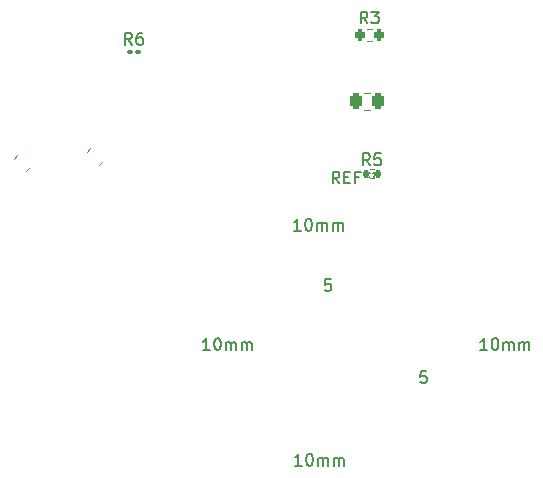
<source format=gto>
G04 #@! TF.GenerationSoftware,KiCad,Pcbnew,9.0.2*
G04 #@! TF.CreationDate,2025-09-06T12:03:56+01:00*
G04 #@! TF.ProjectId,test_fiducial,74657374-5f66-4696-9475-6369616c2e6b,rev?*
G04 #@! TF.SameCoordinates,Original*
G04 #@! TF.FileFunction,Legend,Top*
G04 #@! TF.FilePolarity,Positive*
%FSLAX46Y46*%
G04 Gerber Fmt 4.6, Leading zero omitted, Abs format (unit mm)*
G04 Created by KiCad (PCBNEW 9.0.2) date 2025-09-06 12:03:56*
%MOMM*%
%LPD*%
G01*
G04 APERTURE LIST*
G04 Aperture macros list*
%AMRoundRect*
0 Rectangle with rounded corners*
0 $1 Rounding radius*
0 $2 $3 $4 $5 $6 $7 $8 $9 X,Y pos of 4 corners*
0 Add a 4 corners polygon primitive as box body*
4,1,4,$2,$3,$4,$5,$6,$7,$8,$9,$2,$3,0*
0 Add four circle primitives for the rounded corners*
1,1,$1+$1,$2,$3*
1,1,$1+$1,$4,$5*
1,1,$1+$1,$6,$7*
1,1,$1+$1,$8,$9*
0 Add four rect primitives between the rounded corners*
20,1,$1+$1,$2,$3,$4,$5,0*
20,1,$1+$1,$4,$5,$6,$7,0*
20,1,$1+$1,$6,$7,$8,$9,0*
20,1,$1+$1,$8,$9,$2,$3,0*%
G04 Aperture macros list end*
%ADD10C,0.150000*%
%ADD11C,0.120000*%
%ADD12C,1.000000*%
%ADD13RoundRect,0.250000X0.132583X-0.503814X0.503814X-0.132583X-0.132583X0.503814X-0.503814X0.132583X0*%
%ADD14RoundRect,0.200000X-0.200000X-0.275000X0.200000X-0.275000X0.200000X0.275000X-0.200000X0.275000X0*%
%ADD15RoundRect,0.100000X-0.130000X-0.100000X0.130000X-0.100000X0.130000X0.100000X-0.130000X0.100000X0*%
%ADD16RoundRect,0.135000X-0.135000X-0.185000X0.135000X-0.185000X0.135000X0.185000X-0.135000X0.185000X0*%
%ADD17RoundRect,0.250000X-0.262500X-0.450000X0.262500X-0.450000X0.262500X0.450000X-0.262500X0.450000X0*%
%ADD18C,2.082800*%
G04 APERTURE END LIST*
D10*
X153293333Y-83759819D02*
X152960000Y-83283628D01*
X152721905Y-83759819D02*
X152721905Y-82759819D01*
X152721905Y-82759819D02*
X153102857Y-82759819D01*
X153102857Y-82759819D02*
X153198095Y-82807438D01*
X153198095Y-82807438D02*
X153245714Y-82855057D01*
X153245714Y-82855057D02*
X153293333Y-82950295D01*
X153293333Y-82950295D02*
X153293333Y-83093152D01*
X153293333Y-83093152D02*
X153245714Y-83188390D01*
X153245714Y-83188390D02*
X153198095Y-83236009D01*
X153198095Y-83236009D02*
X153102857Y-83283628D01*
X153102857Y-83283628D02*
X152721905Y-83283628D01*
X153626667Y-82759819D02*
X154245714Y-82759819D01*
X154245714Y-82759819D02*
X153912381Y-83140771D01*
X153912381Y-83140771D02*
X154055238Y-83140771D01*
X154055238Y-83140771D02*
X154150476Y-83188390D01*
X154150476Y-83188390D02*
X154198095Y-83236009D01*
X154198095Y-83236009D02*
X154245714Y-83331247D01*
X154245714Y-83331247D02*
X154245714Y-83569342D01*
X154245714Y-83569342D02*
X154198095Y-83664580D01*
X154198095Y-83664580D02*
X154150476Y-83712200D01*
X154150476Y-83712200D02*
X154055238Y-83759819D01*
X154055238Y-83759819D02*
X153769524Y-83759819D01*
X153769524Y-83759819D02*
X153674286Y-83712200D01*
X153674286Y-83712200D02*
X153626667Y-83664580D01*
X133353333Y-85554819D02*
X133020000Y-85078628D01*
X132781905Y-85554819D02*
X132781905Y-84554819D01*
X132781905Y-84554819D02*
X133162857Y-84554819D01*
X133162857Y-84554819D02*
X133258095Y-84602438D01*
X133258095Y-84602438D02*
X133305714Y-84650057D01*
X133305714Y-84650057D02*
X133353333Y-84745295D01*
X133353333Y-84745295D02*
X133353333Y-84888152D01*
X133353333Y-84888152D02*
X133305714Y-84983390D01*
X133305714Y-84983390D02*
X133258095Y-85031009D01*
X133258095Y-85031009D02*
X133162857Y-85078628D01*
X133162857Y-85078628D02*
X132781905Y-85078628D01*
X134210476Y-84554819D02*
X134020000Y-84554819D01*
X134020000Y-84554819D02*
X133924762Y-84602438D01*
X133924762Y-84602438D02*
X133877143Y-84650057D01*
X133877143Y-84650057D02*
X133781905Y-84792914D01*
X133781905Y-84792914D02*
X133734286Y-84983390D01*
X133734286Y-84983390D02*
X133734286Y-85364342D01*
X133734286Y-85364342D02*
X133781905Y-85459580D01*
X133781905Y-85459580D02*
X133829524Y-85507200D01*
X133829524Y-85507200D02*
X133924762Y-85554819D01*
X133924762Y-85554819D02*
X134115238Y-85554819D01*
X134115238Y-85554819D02*
X134210476Y-85507200D01*
X134210476Y-85507200D02*
X134258095Y-85459580D01*
X134258095Y-85459580D02*
X134305714Y-85364342D01*
X134305714Y-85364342D02*
X134305714Y-85126247D01*
X134305714Y-85126247D02*
X134258095Y-85031009D01*
X134258095Y-85031009D02*
X134210476Y-84983390D01*
X134210476Y-84983390D02*
X134115238Y-84935771D01*
X134115238Y-84935771D02*
X133924762Y-84935771D01*
X133924762Y-84935771D02*
X133829524Y-84983390D01*
X133829524Y-84983390D02*
X133781905Y-85031009D01*
X133781905Y-85031009D02*
X133734286Y-85126247D01*
X153498333Y-95769819D02*
X153165000Y-95293628D01*
X152926905Y-95769819D02*
X152926905Y-94769819D01*
X152926905Y-94769819D02*
X153307857Y-94769819D01*
X153307857Y-94769819D02*
X153403095Y-94817438D01*
X153403095Y-94817438D02*
X153450714Y-94865057D01*
X153450714Y-94865057D02*
X153498333Y-94960295D01*
X153498333Y-94960295D02*
X153498333Y-95103152D01*
X153498333Y-95103152D02*
X153450714Y-95198390D01*
X153450714Y-95198390D02*
X153403095Y-95246009D01*
X153403095Y-95246009D02*
X153307857Y-95293628D01*
X153307857Y-95293628D02*
X152926905Y-95293628D01*
X154403095Y-94769819D02*
X153926905Y-94769819D01*
X153926905Y-94769819D02*
X153879286Y-95246009D01*
X153879286Y-95246009D02*
X153926905Y-95198390D01*
X153926905Y-95198390D02*
X154022143Y-95150771D01*
X154022143Y-95150771D02*
X154260238Y-95150771D01*
X154260238Y-95150771D02*
X154355476Y-95198390D01*
X154355476Y-95198390D02*
X154403095Y-95246009D01*
X154403095Y-95246009D02*
X154450714Y-95341247D01*
X154450714Y-95341247D02*
X154450714Y-95579342D01*
X154450714Y-95579342D02*
X154403095Y-95674580D01*
X154403095Y-95674580D02*
X154355476Y-95722200D01*
X154355476Y-95722200D02*
X154260238Y-95769819D01*
X154260238Y-95769819D02*
X154022143Y-95769819D01*
X154022143Y-95769819D02*
X153926905Y-95722200D01*
X153926905Y-95722200D02*
X153879286Y-95674580D01*
X150916566Y-97304339D02*
X150583233Y-96828148D01*
X150345138Y-97304339D02*
X150345138Y-96304339D01*
X150345138Y-96304339D02*
X150726090Y-96304339D01*
X150726090Y-96304339D02*
X150821328Y-96351958D01*
X150821328Y-96351958D02*
X150868947Y-96399577D01*
X150868947Y-96399577D02*
X150916566Y-96494815D01*
X150916566Y-96494815D02*
X150916566Y-96637672D01*
X150916566Y-96637672D02*
X150868947Y-96732910D01*
X150868947Y-96732910D02*
X150821328Y-96780529D01*
X150821328Y-96780529D02*
X150726090Y-96828148D01*
X150726090Y-96828148D02*
X150345138Y-96828148D01*
X151345138Y-96780529D02*
X151678471Y-96780529D01*
X151821328Y-97304339D02*
X151345138Y-97304339D01*
X151345138Y-97304339D02*
X151345138Y-96304339D01*
X151345138Y-96304339D02*
X151821328Y-96304339D01*
X152583233Y-96780529D02*
X152249900Y-96780529D01*
X152249900Y-97304339D02*
X152249900Y-96304339D01*
X152249900Y-96304339D02*
X152726090Y-96304339D01*
X153249900Y-96304339D02*
X153249900Y-96542434D01*
X153011805Y-96447196D02*
X153249900Y-96542434D01*
X153249900Y-96542434D02*
X153487995Y-96447196D01*
X153107043Y-96732910D02*
X153249900Y-96542434D01*
X153249900Y-96542434D02*
X153392757Y-96732910D01*
X154011805Y-96304339D02*
X154011805Y-96542434D01*
X153773710Y-96447196D02*
X154011805Y-96542434D01*
X154011805Y-96542434D02*
X154249900Y-96447196D01*
X153868948Y-96732910D02*
X154011805Y-96542434D01*
X154011805Y-96542434D02*
X154154662Y-96732910D01*
X147726350Y-121205739D02*
X147154922Y-121205739D01*
X147440636Y-121205739D02*
X147440636Y-120205739D01*
X147440636Y-120205739D02*
X147345398Y-120348596D01*
X147345398Y-120348596D02*
X147250160Y-120443834D01*
X147250160Y-120443834D02*
X147154922Y-120491453D01*
X148345398Y-120205739D02*
X148440636Y-120205739D01*
X148440636Y-120205739D02*
X148535874Y-120253358D01*
X148535874Y-120253358D02*
X148583493Y-120300977D01*
X148583493Y-120300977D02*
X148631112Y-120396215D01*
X148631112Y-120396215D02*
X148678731Y-120586691D01*
X148678731Y-120586691D02*
X148678731Y-120824786D01*
X148678731Y-120824786D02*
X148631112Y-121015262D01*
X148631112Y-121015262D02*
X148583493Y-121110500D01*
X148583493Y-121110500D02*
X148535874Y-121158120D01*
X148535874Y-121158120D02*
X148440636Y-121205739D01*
X148440636Y-121205739D02*
X148345398Y-121205739D01*
X148345398Y-121205739D02*
X148250160Y-121158120D01*
X148250160Y-121158120D02*
X148202541Y-121110500D01*
X148202541Y-121110500D02*
X148154922Y-121015262D01*
X148154922Y-121015262D02*
X148107303Y-120824786D01*
X148107303Y-120824786D02*
X148107303Y-120586691D01*
X148107303Y-120586691D02*
X148154922Y-120396215D01*
X148154922Y-120396215D02*
X148202541Y-120300977D01*
X148202541Y-120300977D02*
X148250160Y-120253358D01*
X148250160Y-120253358D02*
X148345398Y-120205739D01*
X149107303Y-121205739D02*
X149107303Y-120539072D01*
X149107303Y-120634310D02*
X149154922Y-120586691D01*
X149154922Y-120586691D02*
X149250160Y-120539072D01*
X149250160Y-120539072D02*
X149393017Y-120539072D01*
X149393017Y-120539072D02*
X149488255Y-120586691D01*
X149488255Y-120586691D02*
X149535874Y-120681929D01*
X149535874Y-120681929D02*
X149535874Y-121205739D01*
X149535874Y-120681929D02*
X149583493Y-120586691D01*
X149583493Y-120586691D02*
X149678731Y-120539072D01*
X149678731Y-120539072D02*
X149821588Y-120539072D01*
X149821588Y-120539072D02*
X149916827Y-120586691D01*
X149916827Y-120586691D02*
X149964446Y-120681929D01*
X149964446Y-120681929D02*
X149964446Y-121205739D01*
X150440636Y-121205739D02*
X150440636Y-120539072D01*
X150440636Y-120634310D02*
X150488255Y-120586691D01*
X150488255Y-120586691D02*
X150583493Y-120539072D01*
X150583493Y-120539072D02*
X150726350Y-120539072D01*
X150726350Y-120539072D02*
X150821588Y-120586691D01*
X150821588Y-120586691D02*
X150869207Y-120681929D01*
X150869207Y-120681929D02*
X150869207Y-121205739D01*
X150869207Y-120681929D02*
X150916826Y-120586691D01*
X150916826Y-120586691D02*
X151012064Y-120539072D01*
X151012064Y-120539072D02*
X151154921Y-120539072D01*
X151154921Y-120539072D02*
X151250160Y-120586691D01*
X151250160Y-120586691D02*
X151297779Y-120681929D01*
X151297779Y-120681929D02*
X151297779Y-121205739D01*
X147624750Y-101304839D02*
X147053322Y-101304839D01*
X147339036Y-101304839D02*
X147339036Y-100304839D01*
X147339036Y-100304839D02*
X147243798Y-100447696D01*
X147243798Y-100447696D02*
X147148560Y-100542934D01*
X147148560Y-100542934D02*
X147053322Y-100590553D01*
X148243798Y-100304839D02*
X148339036Y-100304839D01*
X148339036Y-100304839D02*
X148434274Y-100352458D01*
X148434274Y-100352458D02*
X148481893Y-100400077D01*
X148481893Y-100400077D02*
X148529512Y-100495315D01*
X148529512Y-100495315D02*
X148577131Y-100685791D01*
X148577131Y-100685791D02*
X148577131Y-100923886D01*
X148577131Y-100923886D02*
X148529512Y-101114362D01*
X148529512Y-101114362D02*
X148481893Y-101209600D01*
X148481893Y-101209600D02*
X148434274Y-101257220D01*
X148434274Y-101257220D02*
X148339036Y-101304839D01*
X148339036Y-101304839D02*
X148243798Y-101304839D01*
X148243798Y-101304839D02*
X148148560Y-101257220D01*
X148148560Y-101257220D02*
X148100941Y-101209600D01*
X148100941Y-101209600D02*
X148053322Y-101114362D01*
X148053322Y-101114362D02*
X148005703Y-100923886D01*
X148005703Y-100923886D02*
X148005703Y-100685791D01*
X148005703Y-100685791D02*
X148053322Y-100495315D01*
X148053322Y-100495315D02*
X148100941Y-100400077D01*
X148100941Y-100400077D02*
X148148560Y-100352458D01*
X148148560Y-100352458D02*
X148243798Y-100304839D01*
X149005703Y-101304839D02*
X149005703Y-100638172D01*
X149005703Y-100733410D02*
X149053322Y-100685791D01*
X149053322Y-100685791D02*
X149148560Y-100638172D01*
X149148560Y-100638172D02*
X149291417Y-100638172D01*
X149291417Y-100638172D02*
X149386655Y-100685791D01*
X149386655Y-100685791D02*
X149434274Y-100781029D01*
X149434274Y-100781029D02*
X149434274Y-101304839D01*
X149434274Y-100781029D02*
X149481893Y-100685791D01*
X149481893Y-100685791D02*
X149577131Y-100638172D01*
X149577131Y-100638172D02*
X149719988Y-100638172D01*
X149719988Y-100638172D02*
X149815227Y-100685791D01*
X149815227Y-100685791D02*
X149862846Y-100781029D01*
X149862846Y-100781029D02*
X149862846Y-101304839D01*
X150339036Y-101304839D02*
X150339036Y-100638172D01*
X150339036Y-100733410D02*
X150386655Y-100685791D01*
X150386655Y-100685791D02*
X150481893Y-100638172D01*
X150481893Y-100638172D02*
X150624750Y-100638172D01*
X150624750Y-100638172D02*
X150719988Y-100685791D01*
X150719988Y-100685791D02*
X150767607Y-100781029D01*
X150767607Y-100781029D02*
X150767607Y-101304839D01*
X150767607Y-100781029D02*
X150815226Y-100685791D01*
X150815226Y-100685791D02*
X150910464Y-100638172D01*
X150910464Y-100638172D02*
X151053321Y-100638172D01*
X151053321Y-100638172D02*
X151148560Y-100685791D01*
X151148560Y-100685791D02*
X151196179Y-100781029D01*
X151196179Y-100781029D02*
X151196179Y-101304839D01*
X158286815Y-113205499D02*
X157810625Y-113205499D01*
X157810625Y-113205499D02*
X157763006Y-113681689D01*
X157763006Y-113681689D02*
X157810625Y-113634070D01*
X157810625Y-113634070D02*
X157905863Y-113586451D01*
X157905863Y-113586451D02*
X158143958Y-113586451D01*
X158143958Y-113586451D02*
X158239196Y-113634070D01*
X158239196Y-113634070D02*
X158286815Y-113681689D01*
X158286815Y-113681689D02*
X158334434Y-113776927D01*
X158334434Y-113776927D02*
X158334434Y-114015022D01*
X158334434Y-114015022D02*
X158286815Y-114110260D01*
X158286815Y-114110260D02*
X158239196Y-114157880D01*
X158239196Y-114157880D02*
X158143958Y-114205499D01*
X158143958Y-114205499D02*
X157905863Y-114205499D01*
X157905863Y-114205499D02*
X157810625Y-114157880D01*
X157810625Y-114157880D02*
X157763006Y-114110260D01*
X139926010Y-111403879D02*
X139354582Y-111403879D01*
X139640296Y-111403879D02*
X139640296Y-110403879D01*
X139640296Y-110403879D02*
X139545058Y-110546736D01*
X139545058Y-110546736D02*
X139449820Y-110641974D01*
X139449820Y-110641974D02*
X139354582Y-110689593D01*
X140545058Y-110403879D02*
X140640296Y-110403879D01*
X140640296Y-110403879D02*
X140735534Y-110451498D01*
X140735534Y-110451498D02*
X140783153Y-110499117D01*
X140783153Y-110499117D02*
X140830772Y-110594355D01*
X140830772Y-110594355D02*
X140878391Y-110784831D01*
X140878391Y-110784831D02*
X140878391Y-111022926D01*
X140878391Y-111022926D02*
X140830772Y-111213402D01*
X140830772Y-111213402D02*
X140783153Y-111308640D01*
X140783153Y-111308640D02*
X140735534Y-111356260D01*
X140735534Y-111356260D02*
X140640296Y-111403879D01*
X140640296Y-111403879D02*
X140545058Y-111403879D01*
X140545058Y-111403879D02*
X140449820Y-111356260D01*
X140449820Y-111356260D02*
X140402201Y-111308640D01*
X140402201Y-111308640D02*
X140354582Y-111213402D01*
X140354582Y-111213402D02*
X140306963Y-111022926D01*
X140306963Y-111022926D02*
X140306963Y-110784831D01*
X140306963Y-110784831D02*
X140354582Y-110594355D01*
X140354582Y-110594355D02*
X140402201Y-110499117D01*
X140402201Y-110499117D02*
X140449820Y-110451498D01*
X140449820Y-110451498D02*
X140545058Y-110403879D01*
X141306963Y-111403879D02*
X141306963Y-110737212D01*
X141306963Y-110832450D02*
X141354582Y-110784831D01*
X141354582Y-110784831D02*
X141449820Y-110737212D01*
X141449820Y-110737212D02*
X141592677Y-110737212D01*
X141592677Y-110737212D02*
X141687915Y-110784831D01*
X141687915Y-110784831D02*
X141735534Y-110880069D01*
X141735534Y-110880069D02*
X141735534Y-111403879D01*
X141735534Y-110880069D02*
X141783153Y-110784831D01*
X141783153Y-110784831D02*
X141878391Y-110737212D01*
X141878391Y-110737212D02*
X142021248Y-110737212D01*
X142021248Y-110737212D02*
X142116487Y-110784831D01*
X142116487Y-110784831D02*
X142164106Y-110880069D01*
X142164106Y-110880069D02*
X142164106Y-111403879D01*
X142640296Y-111403879D02*
X142640296Y-110737212D01*
X142640296Y-110832450D02*
X142687915Y-110784831D01*
X142687915Y-110784831D02*
X142783153Y-110737212D01*
X142783153Y-110737212D02*
X142926010Y-110737212D01*
X142926010Y-110737212D02*
X143021248Y-110784831D01*
X143021248Y-110784831D02*
X143068867Y-110880069D01*
X143068867Y-110880069D02*
X143068867Y-111403879D01*
X143068867Y-110880069D02*
X143116486Y-110784831D01*
X143116486Y-110784831D02*
X143211724Y-110737212D01*
X143211724Y-110737212D02*
X143354581Y-110737212D01*
X143354581Y-110737212D02*
X143449820Y-110784831D01*
X143449820Y-110784831D02*
X143497439Y-110880069D01*
X143497439Y-110880069D02*
X143497439Y-111403879D01*
X150186755Y-105405159D02*
X149710565Y-105405159D01*
X149710565Y-105405159D02*
X149662946Y-105881349D01*
X149662946Y-105881349D02*
X149710565Y-105833730D01*
X149710565Y-105833730D02*
X149805803Y-105786111D01*
X149805803Y-105786111D02*
X150043898Y-105786111D01*
X150043898Y-105786111D02*
X150139136Y-105833730D01*
X150139136Y-105833730D02*
X150186755Y-105881349D01*
X150186755Y-105881349D02*
X150234374Y-105976587D01*
X150234374Y-105976587D02*
X150234374Y-106214682D01*
X150234374Y-106214682D02*
X150186755Y-106309920D01*
X150186755Y-106309920D02*
X150139136Y-106357540D01*
X150139136Y-106357540D02*
X150043898Y-106405159D01*
X150043898Y-106405159D02*
X149805803Y-106405159D01*
X149805803Y-106405159D02*
X149710565Y-106357540D01*
X149710565Y-106357540D02*
X149662946Y-106309920D01*
X163426090Y-111403879D02*
X162854662Y-111403879D01*
X163140376Y-111403879D02*
X163140376Y-110403879D01*
X163140376Y-110403879D02*
X163045138Y-110546736D01*
X163045138Y-110546736D02*
X162949900Y-110641974D01*
X162949900Y-110641974D02*
X162854662Y-110689593D01*
X164045138Y-110403879D02*
X164140376Y-110403879D01*
X164140376Y-110403879D02*
X164235614Y-110451498D01*
X164235614Y-110451498D02*
X164283233Y-110499117D01*
X164283233Y-110499117D02*
X164330852Y-110594355D01*
X164330852Y-110594355D02*
X164378471Y-110784831D01*
X164378471Y-110784831D02*
X164378471Y-111022926D01*
X164378471Y-111022926D02*
X164330852Y-111213402D01*
X164330852Y-111213402D02*
X164283233Y-111308640D01*
X164283233Y-111308640D02*
X164235614Y-111356260D01*
X164235614Y-111356260D02*
X164140376Y-111403879D01*
X164140376Y-111403879D02*
X164045138Y-111403879D01*
X164045138Y-111403879D02*
X163949900Y-111356260D01*
X163949900Y-111356260D02*
X163902281Y-111308640D01*
X163902281Y-111308640D02*
X163854662Y-111213402D01*
X163854662Y-111213402D02*
X163807043Y-111022926D01*
X163807043Y-111022926D02*
X163807043Y-110784831D01*
X163807043Y-110784831D02*
X163854662Y-110594355D01*
X163854662Y-110594355D02*
X163902281Y-110499117D01*
X163902281Y-110499117D02*
X163949900Y-110451498D01*
X163949900Y-110451498D02*
X164045138Y-110403879D01*
X164807043Y-111403879D02*
X164807043Y-110737212D01*
X164807043Y-110832450D02*
X164854662Y-110784831D01*
X164854662Y-110784831D02*
X164949900Y-110737212D01*
X164949900Y-110737212D02*
X165092757Y-110737212D01*
X165092757Y-110737212D02*
X165187995Y-110784831D01*
X165187995Y-110784831D02*
X165235614Y-110880069D01*
X165235614Y-110880069D02*
X165235614Y-111403879D01*
X165235614Y-110880069D02*
X165283233Y-110784831D01*
X165283233Y-110784831D02*
X165378471Y-110737212D01*
X165378471Y-110737212D02*
X165521328Y-110737212D01*
X165521328Y-110737212D02*
X165616567Y-110784831D01*
X165616567Y-110784831D02*
X165664186Y-110880069D01*
X165664186Y-110880069D02*
X165664186Y-111403879D01*
X166140376Y-111403879D02*
X166140376Y-110737212D01*
X166140376Y-110832450D02*
X166187995Y-110784831D01*
X166187995Y-110784831D02*
X166283233Y-110737212D01*
X166283233Y-110737212D02*
X166426090Y-110737212D01*
X166426090Y-110737212D02*
X166521328Y-110784831D01*
X166521328Y-110784831D02*
X166568947Y-110880069D01*
X166568947Y-110880069D02*
X166568947Y-111403879D01*
X166568947Y-110880069D02*
X166616566Y-110784831D01*
X166616566Y-110784831D02*
X166711804Y-110737212D01*
X166711804Y-110737212D02*
X166854661Y-110737212D01*
X166854661Y-110737212D02*
X166949900Y-110784831D01*
X166949900Y-110784831D02*
X166997519Y-110880069D01*
X166997519Y-110880069D02*
X166997519Y-111403879D01*
D11*
G04 #@! TO.C,R2*
X123334718Y-95205835D02*
X123655835Y-94884718D01*
X124374165Y-96245282D02*
X124695282Y-95924165D01*
G04 #@! TO.C,R4*
X129504718Y-94665835D02*
X129825835Y-94344718D01*
X130544165Y-95705282D02*
X130865282Y-95384165D01*
G04 #@! TO.C,R3*
X153222742Y-84212500D02*
X153697258Y-84212500D01*
X153222742Y-85257500D02*
X153697258Y-85257500D01*
G04 #@! TO.C,R5*
X153511359Y-96105000D02*
X153818641Y-96105000D01*
X153511359Y-96865000D02*
X153818641Y-96865000D01*
G04 #@! TO.C,R1*
X153027936Y-89630000D02*
X153482064Y-89630000D01*
X153027936Y-91100000D02*
X153482064Y-91100000D01*
G04 #@! TD*
%LPC*%
D12*
G04 #@! TO.C,FID1*
X129405000Y-65135000D03*
G04 #@! TD*
D13*
G04 #@! TO.C,R2*
X123369765Y-96210235D03*
X124660235Y-94919765D03*
G04 #@! TD*
G04 #@! TO.C,R4*
X129539765Y-95670235D03*
X130830235Y-94379765D03*
G04 #@! TD*
D12*
G04 #@! TO.C,FID3*
X142550000Y-120990000D03*
G04 #@! TD*
D14*
G04 #@! TO.C,R3*
X152635000Y-84735000D03*
X154285000Y-84735000D03*
G04 #@! TD*
D15*
G04 #@! TO.C,R6*
X133200000Y-86150000D03*
X133840000Y-86150000D03*
G04 #@! TD*
D16*
G04 #@! TO.C,R5*
X153155000Y-96485000D03*
X154175000Y-96485000D03*
G04 #@! TD*
D17*
G04 #@! TO.C,R1*
X152342500Y-90365000D03*
X154167500Y-90365000D03*
G04 #@! TD*
D12*
G04 #@! TO.C,FID2*
X160825000Y-64630000D03*
G04 #@! TD*
D18*
G04 #@! TO.C,B1*
X164150000Y-96595000D03*
X164150000Y-94055000D03*
X164150000Y-81355000D03*
X164150000Y-78815000D03*
X164150000Y-76275000D03*
X164150000Y-73735000D03*
X115890000Y-110565000D03*
X164150000Y-71195000D03*
X115890000Y-113105000D03*
X164150000Y-68655000D03*
X115890000Y-108025000D03*
X115890000Y-68655000D03*
X115890000Y-71195000D03*
X115890000Y-73735000D03*
X115890000Y-76275000D03*
X115890000Y-78815000D03*
X115890000Y-81355000D03*
X115890000Y-83895000D03*
X115890000Y-86435000D03*
X115890000Y-90245000D03*
X115890000Y-92785000D03*
X115890000Y-95325000D03*
X115890000Y-97865000D03*
X115890000Y-100405000D03*
X115890000Y-102945000D03*
X115890000Y-105485000D03*
X164150000Y-88975000D03*
X164150000Y-91515000D03*
X164150000Y-101675000D03*
X164150000Y-104215000D03*
X164150000Y-86435000D03*
X164150000Y-99135000D03*
G04 #@! TD*
%LPD*%
M02*

</source>
